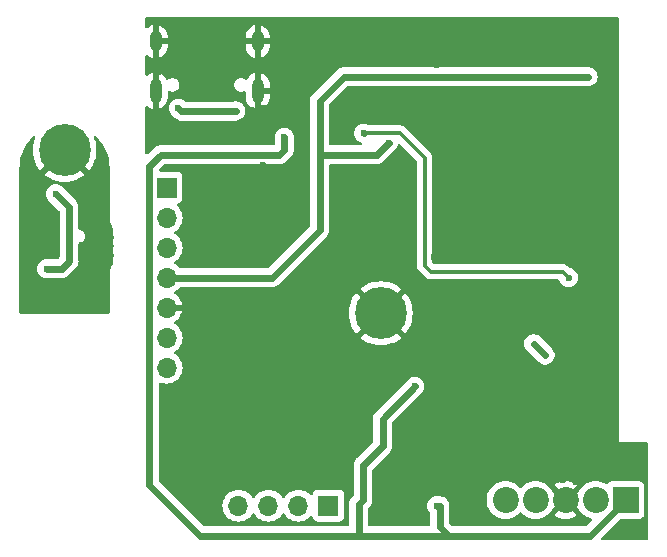
<source format=gbr>
%TF.GenerationSoftware,KiCad,Pcbnew,8.0.5*%
%TF.CreationDate,2024-09-28T10:16:11+02:00*%
%TF.ProjectId,Slave,536c6176-652e-46b6-9963-61645f706362,rev?*%
%TF.SameCoordinates,Original*%
%TF.FileFunction,Copper,L2,Bot*%
%TF.FilePolarity,Positive*%
%FSLAX46Y46*%
G04 Gerber Fmt 4.6, Leading zero omitted, Abs format (unit mm)*
G04 Created by KiCad (PCBNEW 8.0.5) date 2024-09-28 10:16:11*
%MOMM*%
%LPD*%
G01*
G04 APERTURE LIST*
%TA.AperFunction,ComponentPad*%
%ADD10R,1.700000X1.700000*%
%TD*%
%TA.AperFunction,ComponentPad*%
%ADD11O,1.700000X1.700000*%
%TD*%
%TA.AperFunction,ComponentPad*%
%ADD12O,1.000000X2.100000*%
%TD*%
%TA.AperFunction,ComponentPad*%
%ADD13O,1.000000X1.800000*%
%TD*%
%TA.AperFunction,ComponentPad*%
%ADD14R,2.200000X2.200000*%
%TD*%
%TA.AperFunction,ComponentPad*%
%ADD15C,2.200000*%
%TD*%
%TA.AperFunction,ComponentPad*%
%ADD16C,0.700000*%
%TD*%
%TA.AperFunction,ComponentPad*%
%ADD17C,4.400000*%
%TD*%
%TA.AperFunction,ViaPad*%
%ADD18C,0.600000*%
%TD*%
%TA.AperFunction,Conductor*%
%ADD19C,0.600000*%
%TD*%
%TA.AperFunction,Conductor*%
%ADD20C,0.300000*%
%TD*%
G04 APERTURE END LIST*
D10*
%TO.P,J3,1,Pin_1*%
%TO.N,I2S_SD*%
X34798000Y-52324000D03*
D11*
%TO.P,J3,2,Pin_2*%
%TO.N,I2S_SCK*%
X34798000Y-54864000D03*
%TO.P,J3,3,Pin_3*%
%TO.N,I2S_WS*%
X34798000Y-57404000D03*
%TO.P,J3,4,Pin_4*%
%TO.N,ESP_3V3*%
X34798000Y-59944000D03*
%TO.P,J3,5,Pin_5*%
%TO.N,GND_OUT*%
X34798000Y-62484000D03*
%TO.P,J3,6,Pin_6*%
%TO.N,I2C_SDA*%
X34798000Y-65024000D03*
%TO.P,J3,7,Pin_7*%
%TO.N,I2C_SCK*%
X34798000Y-67564000D03*
%TD*%
D12*
%TO.P,J1,S1,SHIELD*%
%TO.N,GND_OUT*%
X42522000Y-44129000D03*
D13*
X42522000Y-39949000D03*
D12*
X33882000Y-44129000D03*
D13*
X33882000Y-39949000D03*
%TD*%
D14*
%TO.P,J2,1,Pin_1*%
%TO.N,VCC_5V*%
X73660000Y-78770000D03*
D15*
%TO.P,J2,2,Pin_2*%
%TO.N,ESP_3V3*%
X71120000Y-78770000D03*
%TO.P,J2,3,Pin_3*%
%TO.N,GND_OUT*%
X68580000Y-78770000D03*
%TO.P,J2,4,Pin_4*%
%TO.N,CAN+*%
X66040000Y-78770000D03*
%TO.P,J2,5,Pin_5*%
%TO.N,CAN-*%
X63500000Y-78770000D03*
%TD*%
D10*
%TO.P,J4,1,Pin_1*%
%TO.N,Net-(J4-Pin_1)*%
X48504000Y-79248000D03*
D11*
%TO.P,J4,2,Pin_2*%
%TO.N,Net-(J4-Pin_2)*%
X45964000Y-79248000D03*
%TO.P,J4,3,Pin_3*%
%TO.N,Net-(J4-Pin_3)*%
X43424000Y-79248000D03*
%TO.P,J4,4,Pin_4*%
%TO.N,Net-(J4-Pin_4)*%
X40884000Y-79248000D03*
%TD*%
D16*
%TO.P,H2,1,1*%
%TO.N,GND_OUT*%
X24512000Y-49149000D03*
X24995274Y-47982274D03*
X24995274Y-50315726D03*
X26162000Y-47499000D03*
D17*
X26162000Y-49149000D03*
D16*
X26162000Y-50799000D03*
X27328726Y-47982274D03*
X27328726Y-50315726D03*
X27812000Y-49149000D03*
%TD*%
%TO.P,H1,1,1*%
%TO.N,GND_OUT*%
X51285274Y-62968274D03*
X51768548Y-61801548D03*
X51768548Y-64135000D03*
X52935274Y-61318274D03*
D17*
X52935274Y-62968274D03*
D16*
X52935274Y-64618274D03*
X54102000Y-61801548D03*
X54102000Y-64135000D03*
X54585274Y-62968274D03*
%TD*%
D18*
%TO.N,VCC_5V*%
X44770000Y-49100000D03*
X57658000Y-79248000D03*
X44770000Y-48070000D03*
X55816500Y-69151500D03*
X51435000Y-78740000D03*
%TO.N,GND_OUT*%
X70104000Y-65786000D03*
X70231000Y-73406000D03*
X57404000Y-44196000D03*
X23114000Y-61214000D03*
X44196000Y-39370000D03*
X42037000Y-45720000D03*
X42926000Y-50419000D03*
X70231000Y-69469000D03*
X23114000Y-50546000D03*
X36576000Y-61468000D03*
X52070000Y-67818000D03*
X23622000Y-60452000D03*
X22860000Y-51308000D03*
X63500000Y-62103000D03*
X33655000Y-46482000D03*
X57658000Y-41910000D03*
X69596000Y-57150000D03*
X63627000Y-61341000D03*
X37465000Y-78232000D03*
X72644000Y-61976000D03*
X50927000Y-58039000D03*
X28956000Y-51308000D03*
X52959000Y-67945000D03*
X53848000Y-46736000D03*
X62865000Y-61341000D03*
X43053000Y-45593000D03*
X69469382Y-65959436D03*
X62611000Y-73533000D03*
X22644000Y-60452000D03*
X69469000Y-77216000D03*
X57404000Y-58166000D03*
X61468000Y-66421000D03*
X23622000Y-51308000D03*
X68834000Y-57150000D03*
X36576000Y-62103000D03*
X37318436Y-77221756D03*
X33528000Y-47244000D03*
X34163000Y-42545000D03*
X52451000Y-68580000D03*
X69977000Y-68834000D03*
X29464000Y-50800000D03*
X29210000Y-50292000D03*
X68326000Y-77089000D03*
%TO.N,CHIP_PU*%
X51487978Y-47713840D03*
X68834000Y-59944000D03*
%TO.N,ESP_3V3*%
X69538000Y-42940000D03*
X53594000Y-48514000D03*
X25400000Y-52832000D03*
X60706000Y-42926000D03*
X24638000Y-59182000D03*
X70500000Y-42940000D03*
X26543000Y-58547000D03*
%TO.N,Net-(D2-A)*%
X35802000Y-45593000D03*
X40663500Y-45823500D03*
%TD*%
D19*
%TO.N,VCC_5V*%
X51435000Y-78740000D02*
X51054000Y-79121000D01*
X57912000Y-79248000D02*
X57658000Y-79248000D01*
X33340000Y-77470000D02*
X37658000Y-81788000D01*
X55816500Y-69151500D02*
X53086000Y-71882000D01*
X51435000Y-75819000D02*
X51435000Y-78740000D01*
X57912000Y-79248000D02*
X57912000Y-79248000D01*
X58674000Y-81788000D02*
X57912000Y-81026000D01*
X44340000Y-49530000D02*
X34290000Y-49530000D01*
X51054000Y-79121000D02*
X51054000Y-81788000D01*
X57912000Y-81026000D02*
X57912000Y-80010000D01*
X37658000Y-81788000D02*
X51054000Y-81788000D01*
X51054000Y-81788000D02*
X69977000Y-81788000D01*
X44770000Y-49100000D02*
X44340000Y-49530000D01*
X70642000Y-81788000D02*
X73660000Y-78770000D01*
X44770000Y-48070000D02*
X44770000Y-49100000D01*
X57912000Y-80010000D02*
X57912000Y-79248000D01*
X34290000Y-49530000D02*
X33340000Y-50480000D01*
X51435000Y-78740000D02*
X51435000Y-78740000D01*
X69977000Y-81788000D02*
X58674000Y-81788000D01*
X53086000Y-74168000D02*
X51435000Y-75819000D01*
X53086000Y-71882000D02*
X53086000Y-74168000D01*
X69977000Y-81788000D02*
X70642000Y-81788000D01*
X33340000Y-50480000D02*
X33340000Y-77470000D01*
%TO.N,CHIP_PU*%
X51487978Y-47713840D02*
X51490374Y-47713840D01*
D20*
X68326000Y-59436000D02*
X57150000Y-59436000D01*
X56642000Y-49784000D02*
X54572000Y-47714000D01*
X68834000Y-59944000D02*
X68326000Y-59436000D01*
X57150000Y-59436000D02*
X56642000Y-58928000D01*
X54572000Y-47714000D02*
X51490534Y-47714000D01*
X56642000Y-58928000D02*
X56642000Y-49784000D01*
D19*
X51490374Y-47713840D02*
X51490534Y-47714000D01*
%TO.N,ESP_3V3*%
X43688000Y-59944000D02*
X47752000Y-55880000D01*
X49784000Y-42926000D02*
X60706000Y-42926000D01*
X70476000Y-42926000D02*
X70480000Y-42930000D01*
X52578000Y-49530000D02*
X52705000Y-49403000D01*
X52705000Y-49403000D02*
X53594000Y-48514000D01*
X24638000Y-59182000D02*
X25908000Y-59182000D01*
X47752000Y-44958000D02*
X49784000Y-42926000D01*
X47752000Y-49530000D02*
X52578000Y-49530000D01*
X26543000Y-53975000D02*
X25400000Y-52832000D01*
X65874002Y-65532000D02*
X66846001Y-66503999D01*
X25908000Y-59182000D02*
X26543000Y-58547000D01*
X34798000Y-59944000D02*
X43688000Y-59944000D01*
X47752000Y-55880000D02*
X47752000Y-49530000D01*
X60706000Y-42926000D02*
X70476000Y-42926000D01*
X47752000Y-49530000D02*
X47752000Y-44958000D01*
X26543000Y-58547000D02*
X26543000Y-53975000D01*
%TO.N,Net-(D2-A)*%
X36056000Y-45847000D02*
X40640000Y-45847000D01*
X35802000Y-45593000D02*
X36056000Y-45847000D01*
X40640000Y-45847000D02*
X40663500Y-45823500D01*
%TD*%
%TA.AperFunction,Conductor*%
%TO.N,GND_OUT*%
G36*
X73011039Y-37858185D02*
G01*
X73056794Y-37910989D01*
X73068000Y-37962500D01*
X73068000Y-73896000D01*
X75448500Y-73896000D01*
X75515539Y-73915685D01*
X75561294Y-73968489D01*
X75572500Y-74020000D01*
X75572500Y-82052500D01*
X75552815Y-82119539D01*
X75500011Y-82165294D01*
X75448500Y-82176500D01*
X71684940Y-82176500D01*
X71617901Y-82156815D01*
X71572146Y-82104011D01*
X71562202Y-82034853D01*
X71591227Y-81971297D01*
X71597259Y-81964819D01*
X73155259Y-80406818D01*
X73216582Y-80373333D01*
X73242940Y-80370499D01*
X74807871Y-80370499D01*
X74807872Y-80370499D01*
X74867483Y-80364091D01*
X75002331Y-80313796D01*
X75117546Y-80227546D01*
X75203796Y-80112331D01*
X75254091Y-79977483D01*
X75260500Y-79917873D01*
X75260499Y-77622128D01*
X75254091Y-77562517D01*
X75220169Y-77471568D01*
X75203797Y-77427671D01*
X75203793Y-77427664D01*
X75117547Y-77312455D01*
X75117544Y-77312452D01*
X75002335Y-77226206D01*
X75002328Y-77226202D01*
X74867482Y-77175908D01*
X74867483Y-77175908D01*
X74807883Y-77169501D01*
X74807881Y-77169500D01*
X74807873Y-77169500D01*
X74807864Y-77169500D01*
X72512129Y-77169500D01*
X72512123Y-77169501D01*
X72452516Y-77175908D01*
X72317671Y-77226202D01*
X72317664Y-77226206D01*
X72202455Y-77312452D01*
X72145072Y-77389105D01*
X72089138Y-77430976D01*
X72019446Y-77435959D01*
X71981016Y-77420520D01*
X71848859Y-77339533D01*
X71616110Y-77243126D01*
X71371151Y-77184317D01*
X71120000Y-77164551D01*
X70868848Y-77184317D01*
X70623889Y-77243126D01*
X70391140Y-77339533D01*
X70176346Y-77471160D01*
X70176343Y-77471161D01*
X69984776Y-77634776D01*
X69821166Y-77826338D01*
X69740126Y-77958581D01*
X69722080Y-77981471D01*
X69103787Y-78599764D01*
X69092518Y-78557708D01*
X69020110Y-78432292D01*
X68917708Y-78329890D01*
X68792292Y-78257482D01*
X68750234Y-78246212D01*
X69524179Y-77472266D01*
X69523362Y-77471568D01*
X69308631Y-77339980D01*
X69075956Y-77243603D01*
X68831072Y-77184812D01*
X68580000Y-77165052D01*
X68328927Y-77184812D01*
X68084043Y-77243603D01*
X67851368Y-77339980D01*
X67636637Y-77471567D01*
X67635819Y-77472266D01*
X68409765Y-78246212D01*
X68367708Y-78257482D01*
X68242292Y-78329890D01*
X68139890Y-78432292D01*
X68067482Y-78557708D01*
X68056212Y-78599765D01*
X67437919Y-77981472D01*
X67419876Y-77958586D01*
X67338836Y-77826341D01*
X67175224Y-77634776D01*
X67011206Y-77494691D01*
X66983656Y-77471161D01*
X66983653Y-77471160D01*
X66768859Y-77339533D01*
X66536110Y-77243126D01*
X66291151Y-77184317D01*
X66040000Y-77164551D01*
X65788848Y-77184317D01*
X65543889Y-77243126D01*
X65311140Y-77339533D01*
X65096346Y-77471160D01*
X65096343Y-77471161D01*
X64904776Y-77634776D01*
X64864290Y-77682179D01*
X64805783Y-77720372D01*
X64735915Y-77720870D01*
X64676869Y-77683516D01*
X64675710Y-77682179D01*
X64635224Y-77634776D01*
X64471206Y-77494691D01*
X64443656Y-77471161D01*
X64443653Y-77471160D01*
X64228859Y-77339533D01*
X63996110Y-77243126D01*
X63751151Y-77184317D01*
X63500000Y-77164551D01*
X63248848Y-77184317D01*
X63003889Y-77243126D01*
X62771140Y-77339533D01*
X62556346Y-77471160D01*
X62556343Y-77471161D01*
X62364776Y-77634776D01*
X62201161Y-77826343D01*
X62201160Y-77826346D01*
X62069533Y-78041140D01*
X61973126Y-78273889D01*
X61914317Y-78518848D01*
X61894551Y-78770000D01*
X61914317Y-79021151D01*
X61973126Y-79266110D01*
X62069533Y-79498859D01*
X62201160Y-79713653D01*
X62201161Y-79713656D01*
X62232424Y-79750260D01*
X62364776Y-79905224D01*
X62513066Y-80031875D01*
X62556343Y-80068838D01*
X62556346Y-80068839D01*
X62771140Y-80200466D01*
X62978829Y-80286493D01*
X63003889Y-80296873D01*
X63248852Y-80355683D01*
X63500000Y-80375449D01*
X63751148Y-80355683D01*
X63996111Y-80296873D01*
X64228859Y-80200466D01*
X64443659Y-80068836D01*
X64635224Y-79905224D01*
X64675710Y-79857819D01*
X64734216Y-79819627D01*
X64804084Y-79819128D01*
X64863130Y-79856482D01*
X64864235Y-79857756D01*
X64885815Y-79883023D01*
X64904776Y-79905224D01*
X65096343Y-80068838D01*
X65096346Y-80068839D01*
X65311140Y-80200466D01*
X65518829Y-80286493D01*
X65543889Y-80296873D01*
X65788852Y-80355683D01*
X66040000Y-80375449D01*
X66291148Y-80355683D01*
X66536111Y-80296873D01*
X66768859Y-80200466D01*
X66983659Y-80068836D01*
X67175224Y-79905224D01*
X67338836Y-79713659D01*
X67419879Y-79581408D01*
X67437919Y-79558526D01*
X68056212Y-78940234D01*
X68067482Y-78982292D01*
X68139890Y-79107708D01*
X68242292Y-79210110D01*
X68367708Y-79282518D01*
X68409765Y-79293787D01*
X67635819Y-80067732D01*
X67635819Y-80067733D01*
X67636634Y-80068429D01*
X67851368Y-80200019D01*
X68084043Y-80296396D01*
X68328927Y-80355187D01*
X68580000Y-80374947D01*
X68831072Y-80355187D01*
X69075956Y-80296396D01*
X69308631Y-80200019D01*
X69523361Y-80068432D01*
X69523363Y-80068430D01*
X69524180Y-80067732D01*
X68750234Y-79293787D01*
X68792292Y-79282518D01*
X68917708Y-79210110D01*
X69020110Y-79107708D01*
X69092518Y-78982292D01*
X69103787Y-78940234D01*
X69722079Y-79558526D01*
X69740125Y-79581417D01*
X69821160Y-79713653D01*
X69821161Y-79713656D01*
X69852424Y-79750260D01*
X69984776Y-79905224D01*
X70133066Y-80031875D01*
X70176343Y-80068838D01*
X70176346Y-80068839D01*
X70391140Y-80200466D01*
X70507515Y-80248669D01*
X70623889Y-80296873D01*
X70712730Y-80318201D01*
X70773321Y-80352991D01*
X70805486Y-80415017D01*
X70799010Y-80484586D01*
X70771464Y-80526456D01*
X70346741Y-80951181D01*
X70285418Y-80984666D01*
X70259060Y-80987500D01*
X59056940Y-80987500D01*
X58989901Y-80967815D01*
X58969259Y-80951181D01*
X58748819Y-80730741D01*
X58715334Y-80669418D01*
X58712500Y-80643060D01*
X58712500Y-79169155D01*
X58712499Y-79169153D01*
X58703693Y-79124883D01*
X58681737Y-79014503D01*
X58680947Y-79012596D01*
X58621397Y-78868827D01*
X58621390Y-78868814D01*
X58533789Y-78737711D01*
X58533786Y-78737707D01*
X58422292Y-78626213D01*
X58422288Y-78626210D01*
X58291185Y-78538609D01*
X58291172Y-78538602D01*
X58145501Y-78478264D01*
X58145489Y-78478261D01*
X57990845Y-78447500D01*
X57990842Y-78447500D01*
X57709915Y-78447500D01*
X57696031Y-78446720D01*
X57658002Y-78442435D01*
X57657998Y-78442435D01*
X57619969Y-78446720D01*
X57606085Y-78447500D01*
X57579152Y-78447500D01*
X57539994Y-78455288D01*
X57529696Y-78456890D01*
X57478742Y-78462632D01*
X57478735Y-78462634D01*
X57454898Y-78470975D01*
X57438140Y-78475550D01*
X57424502Y-78478263D01*
X57424496Y-78478264D01*
X57375631Y-78498504D01*
X57369140Y-78500982D01*
X57308477Y-78522210D01*
X57308474Y-78522212D01*
X57298127Y-78528713D01*
X57279639Y-78538266D01*
X57278832Y-78538600D01*
X57278824Y-78538604D01*
X57278821Y-78538605D01*
X57278821Y-78538606D01*
X57231580Y-78570171D01*
X57224047Y-78575204D01*
X57221132Y-78577092D01*
X57155742Y-78618180D01*
X57155735Y-78618186D01*
X57028186Y-78745735D01*
X57028180Y-78745742D01*
X56987092Y-78811132D01*
X56985209Y-78814038D01*
X56955839Y-78857996D01*
X56948604Y-78868824D01*
X56948600Y-78868832D01*
X56948266Y-78869639D01*
X56938713Y-78888127D01*
X56932212Y-78898474D01*
X56932210Y-78898477D01*
X56910982Y-78959140D01*
X56908504Y-78965631D01*
X56888264Y-79014496D01*
X56888263Y-79014502D01*
X56885550Y-79028140D01*
X56880975Y-79044898D01*
X56872634Y-79068735D01*
X56872632Y-79068742D01*
X56866890Y-79119696D01*
X56865288Y-79129994D01*
X56857500Y-79169152D01*
X56857500Y-79196085D01*
X56856720Y-79209969D01*
X56852435Y-79247998D01*
X56852435Y-79248001D01*
X56856720Y-79286029D01*
X56857500Y-79299914D01*
X56857500Y-79326844D01*
X56865288Y-79366003D01*
X56866890Y-79376303D01*
X56872632Y-79427252D01*
X56872633Y-79427260D01*
X56880976Y-79451104D01*
X56885550Y-79467860D01*
X56888262Y-79481496D01*
X56908509Y-79530377D01*
X56910986Y-79536867D01*
X56926575Y-79581417D01*
X56932212Y-79597524D01*
X56938709Y-79607865D01*
X56948268Y-79626365D01*
X56948603Y-79627173D01*
X56948605Y-79627179D01*
X56985223Y-79681982D01*
X56987114Y-79684900D01*
X57028180Y-79750257D01*
X57028182Y-79750260D01*
X57075181Y-79797259D01*
X57108666Y-79858582D01*
X57111500Y-79884940D01*
X57111500Y-80863500D01*
X57091815Y-80930539D01*
X57039011Y-80976294D01*
X56987500Y-80987500D01*
X51978500Y-80987500D01*
X51911461Y-80967815D01*
X51865706Y-80915011D01*
X51854500Y-80863500D01*
X51854500Y-79503940D01*
X51874185Y-79436901D01*
X51890819Y-79416259D01*
X51941075Y-79366003D01*
X52056788Y-79250290D01*
X52056789Y-79250289D01*
X52064816Y-79242262D01*
X52105931Y-79176825D01*
X52107777Y-79173979D01*
X52144394Y-79119179D01*
X52144720Y-79118390D01*
X52154287Y-79099868D01*
X52160789Y-79089522D01*
X52182023Y-79028837D01*
X52184484Y-79022389D01*
X52204737Y-78973497D01*
X52207448Y-78959862D01*
X52212023Y-78943100D01*
X52220368Y-78919255D01*
X52226111Y-78868282D01*
X52227707Y-78858015D01*
X52235500Y-78818843D01*
X52235500Y-78791914D01*
X52236280Y-78778029D01*
X52240565Y-78740001D01*
X52240565Y-78739998D01*
X52236280Y-78701969D01*
X52235500Y-78688085D01*
X52235500Y-76201940D01*
X52255185Y-76134901D01*
X52271819Y-76114259D01*
X53707786Y-74678292D01*
X53707789Y-74678289D01*
X53795394Y-74547179D01*
X53855738Y-74401497D01*
X53886500Y-74246842D01*
X53886500Y-74089157D01*
X53886500Y-72264940D01*
X53906185Y-72197901D01*
X53922819Y-72177259D01*
X54839867Y-71260211D01*
X56438289Y-69661789D01*
X56446316Y-69653762D01*
X56487421Y-69588342D01*
X56489278Y-69585476D01*
X56525893Y-69530679D01*
X56526219Y-69529889D01*
X56535793Y-69511359D01*
X56542289Y-69501022D01*
X56563517Y-69440352D01*
X56565993Y-69433868D01*
X56586237Y-69384997D01*
X56588950Y-69371352D01*
X56593520Y-69354607D01*
X56601868Y-69330755D01*
X56607610Y-69279783D01*
X56609207Y-69269517D01*
X56617000Y-69230342D01*
X56617000Y-69203414D01*
X56617780Y-69189529D01*
X56622065Y-69151501D01*
X56622065Y-69151498D01*
X56617780Y-69113469D01*
X56617000Y-69099585D01*
X56617000Y-69072657D01*
X56609211Y-69033503D01*
X56607610Y-69023214D01*
X56601868Y-68972245D01*
X56593523Y-68948398D01*
X56588949Y-68931639D01*
X56586237Y-68918003D01*
X56586235Y-68917998D01*
X56586234Y-68917994D01*
X56565992Y-68869127D01*
X56563522Y-68862660D01*
X56542289Y-68801978D01*
X56535788Y-68791632D01*
X56526220Y-68773111D01*
X56525893Y-68772321D01*
X56489294Y-68717546D01*
X56487409Y-68714637D01*
X56446316Y-68649238D01*
X56318760Y-68521682D01*
X56318757Y-68521680D01*
X56253354Y-68480585D01*
X56250462Y-68478711D01*
X56211511Y-68452685D01*
X56195684Y-68442110D01*
X56195681Y-68442108D01*
X56195679Y-68442107D01*
X56195675Y-68442105D01*
X56195665Y-68442100D01*
X56194875Y-68441773D01*
X56176368Y-68432212D01*
X56166022Y-68425711D01*
X56136085Y-68415235D01*
X56105356Y-68404482D01*
X56098863Y-68402003D01*
X56049997Y-68381763D01*
X56049993Y-68381762D01*
X56036360Y-68379050D01*
X56019604Y-68374476D01*
X55995760Y-68366133D01*
X55995756Y-68366132D01*
X55995755Y-68366132D01*
X55975075Y-68363801D01*
X55944803Y-68360390D01*
X55934503Y-68358788D01*
X55895344Y-68351000D01*
X55895342Y-68351000D01*
X55868415Y-68351000D01*
X55854531Y-68350220D01*
X55816502Y-68345935D01*
X55816498Y-68345935D01*
X55778469Y-68350220D01*
X55764585Y-68351000D01*
X55737652Y-68351000D01*
X55698494Y-68358788D01*
X55688196Y-68360390D01*
X55637242Y-68366132D01*
X55637239Y-68366133D01*
X55613400Y-68374475D01*
X55596639Y-68379050D01*
X55583004Y-68381762D01*
X55534127Y-68402007D01*
X55527633Y-68404486D01*
X55466975Y-68425712D01*
X55456627Y-68432214D01*
X55438127Y-68441772D01*
X55437325Y-68442104D01*
X55437324Y-68442104D01*
X55382535Y-68478711D01*
X55379623Y-68480598D01*
X55314238Y-68521683D01*
X55314235Y-68521686D01*
X52575711Y-71260211D01*
X52519960Y-71315962D01*
X52464209Y-71371712D01*
X52376609Y-71502814D01*
X52376602Y-71502827D01*
X52316264Y-71648498D01*
X52316261Y-71648510D01*
X52285500Y-71803153D01*
X52285500Y-73785060D01*
X52265815Y-73852099D01*
X52249181Y-73872741D01*
X50924711Y-75197211D01*
X50868960Y-75252962D01*
X50813209Y-75308712D01*
X50725609Y-75439814D01*
X50725602Y-75439827D01*
X50665264Y-75585498D01*
X50665261Y-75585510D01*
X50634500Y-75740153D01*
X50634500Y-78357060D01*
X50614815Y-78424099D01*
X50598181Y-78444741D01*
X50543711Y-78499211D01*
X50514209Y-78528713D01*
X50432209Y-78610712D01*
X50344609Y-78741814D01*
X50344602Y-78741827D01*
X50284264Y-78887498D01*
X50284261Y-78887510D01*
X50253500Y-79042153D01*
X50253500Y-80863500D01*
X50233815Y-80930539D01*
X50181011Y-80976294D01*
X50129500Y-80987500D01*
X38040940Y-80987500D01*
X37973901Y-80967815D01*
X37953259Y-80951181D01*
X36250077Y-79247999D01*
X39528341Y-79247999D01*
X39528341Y-79248000D01*
X39548936Y-79483403D01*
X39548938Y-79483413D01*
X39610094Y-79711655D01*
X39610096Y-79711659D01*
X39610097Y-79711663D01*
X39678252Y-79857821D01*
X39709965Y-79925830D01*
X39709967Y-79925834D01*
X39809326Y-80067732D01*
X39845505Y-80119401D01*
X40012599Y-80286495D01*
X40107565Y-80352991D01*
X40206165Y-80422032D01*
X40206167Y-80422033D01*
X40206170Y-80422035D01*
X40420337Y-80521903D01*
X40648592Y-80583063D01*
X40825034Y-80598500D01*
X40883999Y-80603659D01*
X40884000Y-80603659D01*
X40884001Y-80603659D01*
X40942966Y-80598500D01*
X41119408Y-80583063D01*
X41347663Y-80521903D01*
X41561830Y-80422035D01*
X41755401Y-80286495D01*
X41922495Y-80119401D01*
X42052425Y-79933842D01*
X42107002Y-79890217D01*
X42176500Y-79883023D01*
X42238855Y-79914546D01*
X42255575Y-79933842D01*
X42385500Y-80119395D01*
X42385505Y-80119401D01*
X42552599Y-80286495D01*
X42647565Y-80352991D01*
X42746165Y-80422032D01*
X42746167Y-80422033D01*
X42746170Y-80422035D01*
X42960337Y-80521903D01*
X43188592Y-80583063D01*
X43365034Y-80598500D01*
X43423999Y-80603659D01*
X43424000Y-80603659D01*
X43424001Y-80603659D01*
X43482966Y-80598500D01*
X43659408Y-80583063D01*
X43887663Y-80521903D01*
X44101830Y-80422035D01*
X44295401Y-80286495D01*
X44462495Y-80119401D01*
X44592425Y-79933842D01*
X44647002Y-79890217D01*
X44716500Y-79883023D01*
X44778855Y-79914546D01*
X44795575Y-79933842D01*
X44925500Y-80119395D01*
X44925505Y-80119401D01*
X45092599Y-80286495D01*
X45187565Y-80352991D01*
X45286165Y-80422032D01*
X45286167Y-80422033D01*
X45286170Y-80422035D01*
X45500337Y-80521903D01*
X45728592Y-80583063D01*
X45905034Y-80598500D01*
X45963999Y-80603659D01*
X45964000Y-80603659D01*
X45964001Y-80603659D01*
X46022966Y-80598500D01*
X46199408Y-80583063D01*
X46427663Y-80521903D01*
X46641830Y-80422035D01*
X46835401Y-80286495D01*
X46957329Y-80164566D01*
X47018648Y-80131084D01*
X47088340Y-80136068D01*
X47144274Y-80177939D01*
X47161189Y-80208917D01*
X47210202Y-80340328D01*
X47210206Y-80340335D01*
X47296452Y-80455544D01*
X47296455Y-80455547D01*
X47411664Y-80541793D01*
X47411671Y-80541797D01*
X47546517Y-80592091D01*
X47546516Y-80592091D01*
X47553444Y-80592835D01*
X47606127Y-80598500D01*
X49401872Y-80598499D01*
X49461483Y-80592091D01*
X49596331Y-80541796D01*
X49711546Y-80455546D01*
X49797796Y-80340331D01*
X49848091Y-80205483D01*
X49854500Y-80145873D01*
X49854499Y-78350128D01*
X49848091Y-78290517D01*
X49846810Y-78287083D01*
X49797797Y-78155671D01*
X49797793Y-78155664D01*
X49711547Y-78040455D01*
X49711544Y-78040452D01*
X49596335Y-77954206D01*
X49596328Y-77954202D01*
X49461482Y-77903908D01*
X49461483Y-77903908D01*
X49401883Y-77897501D01*
X49401881Y-77897500D01*
X49401873Y-77897500D01*
X49401864Y-77897500D01*
X47606129Y-77897500D01*
X47606123Y-77897501D01*
X47546516Y-77903908D01*
X47411671Y-77954202D01*
X47411664Y-77954206D01*
X47296455Y-78040452D01*
X47296452Y-78040455D01*
X47210206Y-78155664D01*
X47210203Y-78155669D01*
X47161189Y-78287083D01*
X47119317Y-78343016D01*
X47053853Y-78367433D01*
X46985580Y-78352581D01*
X46957326Y-78331430D01*
X46835402Y-78209506D01*
X46835395Y-78209501D01*
X46641834Y-78073967D01*
X46641830Y-78073965D01*
X46571439Y-78041141D01*
X46427663Y-77974097D01*
X46427659Y-77974096D01*
X46427655Y-77974094D01*
X46199413Y-77912938D01*
X46199403Y-77912936D01*
X45964001Y-77892341D01*
X45963999Y-77892341D01*
X45728596Y-77912936D01*
X45728586Y-77912938D01*
X45500344Y-77974094D01*
X45500335Y-77974098D01*
X45286171Y-78073964D01*
X45286169Y-78073965D01*
X45092597Y-78209505D01*
X44925505Y-78376597D01*
X44795575Y-78562158D01*
X44740998Y-78605783D01*
X44671500Y-78612977D01*
X44609145Y-78581454D01*
X44592425Y-78562158D01*
X44462494Y-78376597D01*
X44295402Y-78209506D01*
X44295395Y-78209501D01*
X44101834Y-78073967D01*
X44101830Y-78073965D01*
X44031439Y-78041141D01*
X43887663Y-77974097D01*
X43887659Y-77974096D01*
X43887655Y-77974094D01*
X43659413Y-77912938D01*
X43659403Y-77912936D01*
X43424001Y-77892341D01*
X43423999Y-77892341D01*
X43188596Y-77912936D01*
X43188586Y-77912938D01*
X42960344Y-77974094D01*
X42960335Y-77974098D01*
X42746171Y-78073964D01*
X42746169Y-78073965D01*
X42552597Y-78209505D01*
X42385505Y-78376597D01*
X42255575Y-78562158D01*
X42200998Y-78605783D01*
X42131500Y-78612977D01*
X42069145Y-78581454D01*
X42052425Y-78562158D01*
X41922494Y-78376597D01*
X41755402Y-78209506D01*
X41755395Y-78209501D01*
X41561834Y-78073967D01*
X41561830Y-78073965D01*
X41491439Y-78041141D01*
X41347663Y-77974097D01*
X41347659Y-77974096D01*
X41347655Y-77974094D01*
X41119413Y-77912938D01*
X41119403Y-77912936D01*
X40884001Y-77892341D01*
X40883999Y-77892341D01*
X40648596Y-77912936D01*
X40648586Y-77912938D01*
X40420344Y-77974094D01*
X40420335Y-77974098D01*
X40206171Y-78073964D01*
X40206169Y-78073965D01*
X40012597Y-78209505D01*
X39845505Y-78376597D01*
X39709965Y-78570169D01*
X39709964Y-78570171D01*
X39616401Y-78770816D01*
X39613039Y-78778029D01*
X39610098Y-78784335D01*
X39610094Y-78784344D01*
X39548938Y-79012586D01*
X39548936Y-79012596D01*
X39528341Y-79247999D01*
X36250077Y-79247999D01*
X34176819Y-77174741D01*
X34143334Y-77113418D01*
X34140500Y-77087060D01*
X34140500Y-68942156D01*
X34160185Y-68875117D01*
X34212989Y-68829362D01*
X34282147Y-68819418D01*
X34316903Y-68829773D01*
X34334337Y-68837903D01*
X34562592Y-68899063D01*
X34750918Y-68915539D01*
X34797999Y-68919659D01*
X34798000Y-68919659D01*
X34798001Y-68919659D01*
X34837234Y-68916226D01*
X35033408Y-68899063D01*
X35261663Y-68837903D01*
X35475830Y-68738035D01*
X35669401Y-68602495D01*
X35836495Y-68435401D01*
X35972035Y-68241830D01*
X36071903Y-68027663D01*
X36133063Y-67799408D01*
X36153659Y-67564000D01*
X36133063Y-67328592D01*
X36078723Y-67125789D01*
X36071905Y-67100344D01*
X36071904Y-67100343D01*
X36071903Y-67100337D01*
X35972035Y-66886171D01*
X35969940Y-66883178D01*
X35836494Y-66692597D01*
X35669402Y-66525506D01*
X35669396Y-66525501D01*
X35483842Y-66395575D01*
X35440217Y-66340998D01*
X35433023Y-66271500D01*
X35464546Y-66209145D01*
X35483842Y-66192425D01*
X35506026Y-66176891D01*
X35669401Y-66062495D01*
X35836495Y-65895401D01*
X35972035Y-65701830D01*
X36071903Y-65487663D01*
X36133063Y-65259408D01*
X36153659Y-65024000D01*
X36133063Y-64788592D01*
X36071903Y-64560337D01*
X35972035Y-64346171D01*
X35887413Y-64225317D01*
X35836494Y-64152597D01*
X35669402Y-63985506D01*
X35669401Y-63985505D01*
X35483405Y-63855269D01*
X35439781Y-63800692D01*
X35432588Y-63731193D01*
X35464110Y-63668839D01*
X35483405Y-63652119D01*
X35669082Y-63522105D01*
X35836105Y-63355082D01*
X35971600Y-63161578D01*
X36061738Y-62968274D01*
X50230339Y-62968274D01*
X50250060Y-63294312D01*
X50308941Y-63615615D01*
X50406109Y-63927438D01*
X50406113Y-63927449D01*
X50540171Y-64225315D01*
X50540172Y-64225317D01*
X50709155Y-64504850D01*
X50856750Y-64693242D01*
X51998982Y-63551010D01*
X52096241Y-63684876D01*
X52218672Y-63807307D01*
X52352536Y-63904564D01*
X51210304Y-65046796D01*
X51210304Y-65046797D01*
X51398697Y-65194392D01*
X51678230Y-65363375D01*
X51678232Y-65363376D01*
X51976098Y-65497434D01*
X51976109Y-65497438D01*
X52287932Y-65594606D01*
X52609235Y-65653487D01*
X52935274Y-65673208D01*
X53261312Y-65653487D01*
X53582615Y-65594606D01*
X53894438Y-65497438D01*
X53894449Y-65497434D01*
X53992838Y-65453153D01*
X65073502Y-65453153D01*
X65073502Y-65610846D01*
X65104263Y-65765489D01*
X65104266Y-65765501D01*
X65164604Y-65911172D01*
X65164611Y-65911185D01*
X65252212Y-66042288D01*
X65252215Y-66042292D01*
X66335706Y-67125783D01*
X66335713Y-67125789D01*
X66466820Y-67213391D01*
X66466821Y-67213391D01*
X66466822Y-67213392D01*
X66612504Y-67273736D01*
X66612508Y-67273736D01*
X66612509Y-67273737D01*
X66767155Y-67304499D01*
X66767158Y-67304499D01*
X66924845Y-67304499D01*
X66924846Y-67304498D01*
X67079498Y-67273736D01*
X67225180Y-67213392D01*
X67356290Y-67125788D01*
X67467790Y-67014288D01*
X67555394Y-66883178D01*
X67615738Y-66737496D01*
X67646501Y-66582841D01*
X67646501Y-66425156D01*
X67646501Y-66425153D01*
X67615739Y-66270507D01*
X67615738Y-66270506D01*
X67615738Y-66270502D01*
X67555394Y-66124820D01*
X67513752Y-66062498D01*
X67467791Y-65993711D01*
X67467785Y-65993704D01*
X66384294Y-64910213D01*
X66384290Y-64910210D01*
X66253187Y-64822609D01*
X66253174Y-64822602D01*
X66107503Y-64762264D01*
X66107491Y-64762261D01*
X65952847Y-64731500D01*
X65952844Y-64731500D01*
X65795160Y-64731500D01*
X65795157Y-64731500D01*
X65640512Y-64762261D01*
X65640500Y-64762264D01*
X65494829Y-64822602D01*
X65494816Y-64822609D01*
X65363713Y-64910210D01*
X65363709Y-64910213D01*
X65252215Y-65021707D01*
X65252212Y-65021711D01*
X65164611Y-65152814D01*
X65164604Y-65152827D01*
X65104266Y-65298498D01*
X65104263Y-65298510D01*
X65073502Y-65453153D01*
X53992838Y-65453153D01*
X54192315Y-65363376D01*
X54192317Y-65363375D01*
X54471860Y-65194386D01*
X54660242Y-65046797D01*
X54660242Y-65046796D01*
X53518011Y-63904564D01*
X53651876Y-63807307D01*
X53774307Y-63684876D01*
X53871564Y-63551011D01*
X55013796Y-64693242D01*
X55013797Y-64693242D01*
X55161386Y-64504860D01*
X55330375Y-64225317D01*
X55330376Y-64225315D01*
X55464434Y-63927449D01*
X55464438Y-63927438D01*
X55561606Y-63615615D01*
X55620487Y-63294312D01*
X55640208Y-62968274D01*
X55620487Y-62642235D01*
X55561606Y-62320932D01*
X55464438Y-62009109D01*
X55464434Y-62009098D01*
X55330376Y-61711232D01*
X55330375Y-61711230D01*
X55161392Y-61431697D01*
X55013796Y-61243304D01*
X53871564Y-62385536D01*
X53774307Y-62251672D01*
X53651876Y-62129241D01*
X53518010Y-62031983D01*
X54660242Y-60889750D01*
X54471850Y-60742155D01*
X54192317Y-60573172D01*
X54192315Y-60573171D01*
X53894449Y-60439113D01*
X53894438Y-60439109D01*
X53582615Y-60341941D01*
X53261312Y-60283060D01*
X52935274Y-60263339D01*
X52609235Y-60283060D01*
X52287932Y-60341941D01*
X51976109Y-60439109D01*
X51976098Y-60439113D01*
X51678232Y-60573171D01*
X51678230Y-60573172D01*
X51398696Y-60742155D01*
X51398690Y-60742160D01*
X51210304Y-60889748D01*
X51210303Y-60889750D01*
X52352536Y-62031983D01*
X52218672Y-62129241D01*
X52096241Y-62251672D01*
X51998983Y-62385536D01*
X50856750Y-61243303D01*
X50856748Y-61243304D01*
X50709160Y-61431690D01*
X50709155Y-61431696D01*
X50540172Y-61711230D01*
X50540171Y-61711232D01*
X50406113Y-62009098D01*
X50406109Y-62009109D01*
X50308941Y-62320932D01*
X50250060Y-62642235D01*
X50230339Y-62968274D01*
X36061738Y-62968274D01*
X36071429Y-62947492D01*
X36071432Y-62947486D01*
X36128636Y-62734000D01*
X35231012Y-62734000D01*
X35263925Y-62676993D01*
X35298000Y-62549826D01*
X35298000Y-62418174D01*
X35263925Y-62291007D01*
X35231012Y-62234000D01*
X36128636Y-62234000D01*
X36128635Y-62233999D01*
X36071432Y-62020513D01*
X36071429Y-62020507D01*
X35971600Y-61806422D01*
X35971599Y-61806420D01*
X35836113Y-61612926D01*
X35836108Y-61612920D01*
X35669078Y-61445890D01*
X35483405Y-61315879D01*
X35439780Y-61261302D01*
X35432588Y-61191804D01*
X35464110Y-61129449D01*
X35483406Y-61112730D01*
X35669401Y-60982495D01*
X35836495Y-60815401D01*
X35849116Y-60797375D01*
X35903693Y-60753752D01*
X35950691Y-60744500D01*
X43766844Y-60744500D01*
X43766845Y-60744499D01*
X43921497Y-60713737D01*
X44067179Y-60653394D01*
X44198289Y-60565789D01*
X48373789Y-56390289D01*
X48461394Y-56259179D01*
X48521737Y-56113497D01*
X48552500Y-55958842D01*
X48552500Y-55801158D01*
X48552500Y-50454500D01*
X48572185Y-50387461D01*
X48624989Y-50341706D01*
X48676500Y-50330500D01*
X52656844Y-50330500D01*
X52656845Y-50330499D01*
X52811497Y-50299737D01*
X52957179Y-50239394D01*
X53088289Y-50151789D01*
X53326789Y-49913289D01*
X54215789Y-49024289D01*
X54223816Y-49016262D01*
X54264931Y-48950825D01*
X54266777Y-48947979D01*
X54293348Y-48908213D01*
X54303394Y-48893179D01*
X54303720Y-48892390D01*
X54313287Y-48873868D01*
X54319789Y-48863522D01*
X54341023Y-48802837D01*
X54343484Y-48796389D01*
X54363737Y-48747497D01*
X54366448Y-48733862D01*
X54371023Y-48717100D01*
X54379368Y-48693255D01*
X54379368Y-48693254D01*
X54379498Y-48692883D01*
X54420223Y-48636110D01*
X54485177Y-48610366D01*
X54553738Y-48623827D01*
X54584218Y-48646164D01*
X55955181Y-50017127D01*
X55988666Y-50078450D01*
X55991500Y-50104808D01*
X55991500Y-58992070D01*
X56007519Y-59072598D01*
X56007519Y-59072600D01*
X56016497Y-59117736D01*
X56016499Y-59117744D01*
X56058113Y-59218210D01*
X56065535Y-59236127D01*
X56131524Y-59334888D01*
X56136726Y-59342673D01*
X56735327Y-59941274D01*
X56735330Y-59941276D01*
X56774380Y-59967368D01*
X56841873Y-60012465D01*
X56960256Y-60061501D01*
X56960260Y-60061501D01*
X56960261Y-60061502D01*
X57085928Y-60086500D01*
X57085931Y-60086500D01*
X67947788Y-60086500D01*
X68014827Y-60106185D01*
X68060582Y-60158989D01*
X68064830Y-60169546D01*
X68108210Y-60293521D01*
X68199689Y-60439109D01*
X68204184Y-60446262D01*
X68331738Y-60573816D01*
X68422080Y-60630582D01*
X68458385Y-60653394D01*
X68484478Y-60669789D01*
X68610074Y-60713737D01*
X68654745Y-60729368D01*
X68654750Y-60729369D01*
X68833996Y-60749565D01*
X68834000Y-60749565D01*
X68834004Y-60749565D01*
X69013249Y-60729369D01*
X69013252Y-60729368D01*
X69013255Y-60729368D01*
X69183522Y-60669789D01*
X69336262Y-60573816D01*
X69463816Y-60446262D01*
X69559789Y-60293522D01*
X69619368Y-60123255D01*
X69619369Y-60123249D01*
X69639565Y-59944003D01*
X69639565Y-59943996D01*
X69619369Y-59764750D01*
X69619368Y-59764745D01*
X69559789Y-59594478D01*
X69535975Y-59556579D01*
X69463815Y-59441737D01*
X69336262Y-59314184D01*
X69183521Y-59218210D01*
X69013255Y-59158632D01*
X69013246Y-59158630D01*
X69006012Y-59157815D01*
X68941600Y-59130744D01*
X68932223Y-59122277D01*
X68740674Y-58930727D01*
X68740673Y-58930726D01*
X68740669Y-58930723D01*
X68634127Y-58859535D01*
X68568803Y-58832477D01*
X68515744Y-58810499D01*
X68515738Y-58810497D01*
X68390071Y-58785500D01*
X68390069Y-58785500D01*
X57470808Y-58785500D01*
X57403769Y-58765815D01*
X57383127Y-58749181D01*
X57328819Y-58694873D01*
X57295334Y-58633550D01*
X57292500Y-58607192D01*
X57292500Y-49719928D01*
X57267502Y-49594261D01*
X57267501Y-49594260D01*
X57267501Y-49594256D01*
X57218465Y-49475873D01*
X57170791Y-49404523D01*
X57170791Y-49404522D01*
X57147275Y-49369328D01*
X54986673Y-47208726D01*
X54986669Y-47208723D01*
X54880127Y-47137535D01*
X54761744Y-47088499D01*
X54761738Y-47088497D01*
X54636071Y-47063500D01*
X54636069Y-47063500D01*
X51995548Y-47063500D01*
X51928509Y-47043815D01*
X51926657Y-47042602D01*
X51869550Y-47004444D01*
X51869548Y-47004443D01*
X51861725Y-47001203D01*
X51843208Y-46991637D01*
X51837503Y-46988052D01*
X51835059Y-46987196D01*
X51792256Y-46972219D01*
X51785805Y-46969757D01*
X51723871Y-46944103D01*
X51704671Y-46940283D01*
X51687918Y-46935709D01*
X51667237Y-46928473D01*
X51667226Y-46928470D01*
X51621806Y-46923353D01*
X51611498Y-46921750D01*
X51569219Y-46913340D01*
X51569216Y-46913340D01*
X51539893Y-46913340D01*
X51526009Y-46912560D01*
X51487980Y-46908275D01*
X51487976Y-46908275D01*
X51449947Y-46912560D01*
X51436063Y-46913340D01*
X51409130Y-46913340D01*
X51369972Y-46921128D01*
X51359674Y-46922730D01*
X51308720Y-46928472D01*
X51308713Y-46928474D01*
X51284876Y-46936815D01*
X51268118Y-46941390D01*
X51254480Y-46944103D01*
X51254474Y-46944104D01*
X51205609Y-46964344D01*
X51199118Y-46966822D01*
X51138455Y-46988050D01*
X51138452Y-46988052D01*
X51128105Y-46994553D01*
X51109617Y-47004106D01*
X51108810Y-47004440D01*
X51108802Y-47004444D01*
X51054025Y-47041044D01*
X51051110Y-47042932D01*
X50985720Y-47084020D01*
X50985713Y-47084026D01*
X50858164Y-47211575D01*
X50858158Y-47211582D01*
X50817070Y-47276972D01*
X50815187Y-47279878D01*
X50788043Y-47320504D01*
X50778582Y-47334664D01*
X50778578Y-47334672D01*
X50778244Y-47335479D01*
X50768691Y-47353967D01*
X50762190Y-47364314D01*
X50762188Y-47364317D01*
X50740960Y-47424980D01*
X50738482Y-47431471D01*
X50718242Y-47480336D01*
X50718241Y-47480342D01*
X50715528Y-47493980D01*
X50710953Y-47510738D01*
X50702612Y-47534575D01*
X50702610Y-47534582D01*
X50696868Y-47585536D01*
X50695266Y-47595834D01*
X50687478Y-47634992D01*
X50687478Y-47661925D01*
X50686698Y-47675809D01*
X50682413Y-47713838D01*
X50682413Y-47713841D01*
X50686698Y-47751869D01*
X50687478Y-47765754D01*
X50687478Y-47792684D01*
X50695266Y-47831843D01*
X50696868Y-47842143D01*
X50698732Y-47858682D01*
X50702345Y-47890746D01*
X50702610Y-47893092D01*
X50702611Y-47893100D01*
X50710954Y-47916944D01*
X50715528Y-47933700D01*
X50718240Y-47947336D01*
X50734070Y-47985553D01*
X50736391Y-47991158D01*
X50738487Y-47996217D01*
X50740964Y-48002707D01*
X50757163Y-48049000D01*
X50762190Y-48063364D01*
X50768687Y-48073705D01*
X50778246Y-48092205D01*
X50778581Y-48093013D01*
X50778583Y-48093019D01*
X50815201Y-48147822D01*
X50817092Y-48150740D01*
X50858158Y-48216097D01*
X50858160Y-48216100D01*
X50858162Y-48216102D01*
X50985716Y-48343656D01*
X51051109Y-48384745D01*
X51054018Y-48386630D01*
X51108799Y-48423234D01*
X51109584Y-48423559D01*
X51128112Y-48433129D01*
X51138456Y-48439629D01*
X51199153Y-48460868D01*
X51205585Y-48463324D01*
X51233999Y-48475093D01*
X51254475Y-48483575D01*
X51254479Y-48483576D01*
X51254481Y-48483577D01*
X51254482Y-48483577D01*
X51254485Y-48483578D01*
X51256013Y-48483882D01*
X51256739Y-48484262D01*
X51260313Y-48485346D01*
X51260107Y-48486023D01*
X51317925Y-48516265D01*
X51352501Y-48576980D01*
X51348763Y-48646749D01*
X51307898Y-48703423D01*
X51242881Y-48729006D01*
X51231825Y-48729500D01*
X48676500Y-48729500D01*
X48609461Y-48709815D01*
X48563706Y-48657011D01*
X48552500Y-48605500D01*
X48552500Y-45340940D01*
X48572185Y-45273901D01*
X48588819Y-45253259D01*
X50079259Y-43762819D01*
X50140582Y-43729334D01*
X50166940Y-43726500D01*
X60627158Y-43726500D01*
X60654085Y-43726500D01*
X60667969Y-43727280D01*
X60705998Y-43731565D01*
X60706000Y-43731565D01*
X60706002Y-43731565D01*
X60744031Y-43727280D01*
X60757915Y-43726500D01*
X69361832Y-43726500D01*
X69375713Y-43727279D01*
X69393945Y-43729334D01*
X69537997Y-43745565D01*
X69538000Y-43745565D01*
X69538003Y-43745565D01*
X69682055Y-43729334D01*
X69700286Y-43727279D01*
X69714168Y-43726500D01*
X70323832Y-43726500D01*
X70337713Y-43727279D01*
X70355945Y-43729334D01*
X70499997Y-43745565D01*
X70500000Y-43745565D01*
X70500004Y-43745565D01*
X70679249Y-43725369D01*
X70679252Y-43725368D01*
X70679255Y-43725368D01*
X70849522Y-43665789D01*
X71002262Y-43569816D01*
X71129816Y-43442262D01*
X71225789Y-43289522D01*
X71285368Y-43119255D01*
X71285866Y-43114838D01*
X71305565Y-42940003D01*
X71305565Y-42939996D01*
X71285369Y-42760750D01*
X71285368Y-42760745D01*
X71261595Y-42692807D01*
X71225789Y-42590478D01*
X71129816Y-42437738D01*
X71002262Y-42310184D01*
X70885751Y-42236975D01*
X70882832Y-42235083D01*
X70855180Y-42216606D01*
X70855176Y-42216604D01*
X70853536Y-42215925D01*
X70849602Y-42214163D01*
X70845496Y-42212595D01*
X70709501Y-42156264D01*
X70709489Y-42156261D01*
X70554845Y-42125500D01*
X70554842Y-42125500D01*
X60784842Y-42125500D01*
X60757915Y-42125500D01*
X60744031Y-42124720D01*
X60706002Y-42120435D01*
X60705998Y-42120435D01*
X60667969Y-42124720D01*
X60654085Y-42125500D01*
X49705155Y-42125500D01*
X49550510Y-42156261D01*
X49550498Y-42156264D01*
X49404827Y-42216602D01*
X49404814Y-42216609D01*
X49273711Y-42304210D01*
X49273707Y-42304213D01*
X47726787Y-43851135D01*
X47241711Y-44336211D01*
X47198922Y-44379000D01*
X47130209Y-44447712D01*
X47042609Y-44578814D01*
X47042602Y-44578827D01*
X46982264Y-44724498D01*
X46982261Y-44724510D01*
X46951500Y-44879153D01*
X46951500Y-55497060D01*
X46931815Y-55564099D01*
X46915181Y-55584741D01*
X43392741Y-59107181D01*
X43331418Y-59140666D01*
X43305060Y-59143500D01*
X35950691Y-59143500D01*
X35883652Y-59123815D01*
X35849116Y-59090624D01*
X35836495Y-59072599D01*
X35836493Y-59072597D01*
X35836491Y-59072594D01*
X35669402Y-58905506D01*
X35669396Y-58905501D01*
X35483842Y-58775575D01*
X35440217Y-58720998D01*
X35433023Y-58651500D01*
X35464546Y-58589145D01*
X35483842Y-58572425D01*
X35520151Y-58547001D01*
X35669401Y-58442495D01*
X35836495Y-58275401D01*
X35972035Y-58081830D01*
X36071903Y-57867663D01*
X36133063Y-57639408D01*
X36153659Y-57404000D01*
X36133063Y-57168592D01*
X36071947Y-56940500D01*
X36071905Y-56940344D01*
X36071904Y-56940343D01*
X36071903Y-56940337D01*
X35972035Y-56726171D01*
X35947277Y-56690812D01*
X35836494Y-56532597D01*
X35669402Y-56365506D01*
X35669396Y-56365501D01*
X35483842Y-56235575D01*
X35440217Y-56180998D01*
X35433023Y-56111500D01*
X35464546Y-56049145D01*
X35483842Y-56032425D01*
X35567841Y-55973608D01*
X35669401Y-55902495D01*
X35836495Y-55735401D01*
X35972035Y-55541830D01*
X36071903Y-55327663D01*
X36133063Y-55099408D01*
X36153659Y-54864000D01*
X36133063Y-54628592D01*
X36071903Y-54400337D01*
X35972035Y-54186171D01*
X35836495Y-53992599D01*
X35714567Y-53870671D01*
X35681084Y-53809351D01*
X35686068Y-53739659D01*
X35727939Y-53683725D01*
X35758915Y-53666810D01*
X35890331Y-53617796D01*
X36005546Y-53531546D01*
X36091796Y-53416331D01*
X36142091Y-53281483D01*
X36148500Y-53221873D01*
X36148499Y-51426128D01*
X36142091Y-51366517D01*
X36091796Y-51231669D01*
X36091795Y-51231668D01*
X36091793Y-51231664D01*
X36005547Y-51116455D01*
X36005544Y-51116452D01*
X35890335Y-51030206D01*
X35890328Y-51030202D01*
X35755482Y-50979908D01*
X35755483Y-50979908D01*
X35695883Y-50973501D01*
X35695881Y-50973500D01*
X35695873Y-50973500D01*
X35695865Y-50973500D01*
X34277940Y-50973500D01*
X34210901Y-50953815D01*
X34165146Y-50901011D01*
X34155202Y-50831853D01*
X34184227Y-50768297D01*
X34190259Y-50761819D01*
X34585259Y-50366819D01*
X34646582Y-50333334D01*
X34672940Y-50330500D01*
X44418844Y-50330500D01*
X44418845Y-50330499D01*
X44573497Y-50299737D01*
X44719179Y-50239394D01*
X44850289Y-50151789D01*
X45391789Y-49610289D01*
X45399816Y-49602262D01*
X45440931Y-49536825D01*
X45442777Y-49533979D01*
X45479394Y-49479179D01*
X45479720Y-49478390D01*
X45489287Y-49459868D01*
X45495789Y-49449522D01*
X45517023Y-49388837D01*
X45519484Y-49382389D01*
X45539737Y-49333497D01*
X45542448Y-49319862D01*
X45547023Y-49303100D01*
X45555368Y-49279255D01*
X45561110Y-49228283D01*
X45562707Y-49218017D01*
X45570500Y-49178842D01*
X45570500Y-49151914D01*
X45571280Y-49138029D01*
X45575565Y-49100001D01*
X45575565Y-49099998D01*
X45571280Y-49061969D01*
X45570500Y-49048085D01*
X45570500Y-48121914D01*
X45571280Y-48108029D01*
X45575565Y-48070001D01*
X45575565Y-48069998D01*
X45571280Y-48031969D01*
X45570500Y-48018085D01*
X45570500Y-47991157D01*
X45562711Y-47952003D01*
X45561110Y-47941714D01*
X45555368Y-47890745D01*
X45547023Y-47866898D01*
X45542449Y-47850139D01*
X45539737Y-47836503D01*
X45539734Y-47836496D01*
X45531253Y-47816021D01*
X45519484Y-47787607D01*
X45517028Y-47781175D01*
X45495789Y-47720478D01*
X45489289Y-47710134D01*
X45479719Y-47691606D01*
X45479394Y-47690821D01*
X45442790Y-47636040D01*
X45440905Y-47633131D01*
X45410999Y-47585536D01*
X45399816Y-47567738D01*
X45272262Y-47440184D01*
X45272260Y-47440182D01*
X45272257Y-47440180D01*
X45206900Y-47399114D01*
X45203982Y-47397223D01*
X45149179Y-47360605D01*
X45149173Y-47360603D01*
X45148365Y-47360268D01*
X45129865Y-47350709D01*
X45119524Y-47344212D01*
X45119523Y-47344211D01*
X45119522Y-47344211D01*
X45058867Y-47322986D01*
X45052377Y-47320509D01*
X45003496Y-47300262D01*
X44989860Y-47297550D01*
X44973104Y-47292976D01*
X44949260Y-47284633D01*
X44949256Y-47284632D01*
X44949255Y-47284632D01*
X44928575Y-47282301D01*
X44898303Y-47278890D01*
X44888003Y-47277288D01*
X44848844Y-47269500D01*
X44848842Y-47269500D01*
X44821915Y-47269500D01*
X44808031Y-47268720D01*
X44770002Y-47264435D01*
X44769998Y-47264435D01*
X44731969Y-47268720D01*
X44718085Y-47269500D01*
X44691152Y-47269500D01*
X44651994Y-47277288D01*
X44641696Y-47278890D01*
X44590742Y-47284632D01*
X44590735Y-47284634D01*
X44566898Y-47292975D01*
X44550140Y-47297550D01*
X44536502Y-47300263D01*
X44536496Y-47300264D01*
X44487631Y-47320504D01*
X44481140Y-47322982D01*
X44420477Y-47344210D01*
X44420474Y-47344212D01*
X44410127Y-47350713D01*
X44391639Y-47360266D01*
X44390832Y-47360600D01*
X44390824Y-47360604D01*
X44336047Y-47397204D01*
X44333132Y-47399092D01*
X44267742Y-47440180D01*
X44267735Y-47440186D01*
X44140186Y-47567735D01*
X44140180Y-47567742D01*
X44099092Y-47633132D01*
X44097204Y-47636047D01*
X44060604Y-47690824D01*
X44060600Y-47690832D01*
X44060266Y-47691639D01*
X44050713Y-47710127D01*
X44044212Y-47720474D01*
X44044210Y-47720477D01*
X44022982Y-47781140D01*
X44020504Y-47787631D01*
X44000264Y-47836496D01*
X44000263Y-47836502D01*
X43997550Y-47850140D01*
X43992975Y-47866898D01*
X43984634Y-47890735D01*
X43984632Y-47890742D01*
X43978890Y-47941696D01*
X43977288Y-47951994D01*
X43969500Y-47991152D01*
X43969500Y-48018085D01*
X43968720Y-48031969D01*
X43964435Y-48069998D01*
X43964435Y-48070001D01*
X43968720Y-48108029D01*
X43969500Y-48121914D01*
X43969500Y-48605500D01*
X43949815Y-48672539D01*
X43897011Y-48718294D01*
X43845500Y-48729500D01*
X34211155Y-48729500D01*
X34056510Y-48760261D01*
X34056498Y-48760264D01*
X33910827Y-48820602D01*
X33910814Y-48820609D01*
X33779711Y-48908210D01*
X33779707Y-48908213D01*
X33224181Y-49463740D01*
X33162858Y-49497225D01*
X33093166Y-49492241D01*
X33037233Y-49450369D01*
X33012816Y-49384905D01*
X33012500Y-49376059D01*
X33012500Y-45523077D01*
X33032185Y-45456038D01*
X33084989Y-45410283D01*
X33154147Y-45400339D01*
X33217703Y-45429364D01*
X33224181Y-45435396D01*
X33244533Y-45455748D01*
X33244537Y-45455751D01*
X33408315Y-45565185D01*
X33408328Y-45565192D01*
X33590308Y-45640569D01*
X33632000Y-45648862D01*
X33632000Y-44845988D01*
X33641940Y-44863205D01*
X33697795Y-44919060D01*
X33766204Y-44958556D01*
X33842504Y-44979000D01*
X33921496Y-44979000D01*
X33997796Y-44958556D01*
X34066205Y-44919060D01*
X34122060Y-44863205D01*
X34132000Y-44845988D01*
X34132000Y-45648862D01*
X34173690Y-45640569D01*
X34173692Y-45640569D01*
X34288540Y-45592998D01*
X34996435Y-45592998D01*
X34996435Y-45593001D01*
X35000720Y-45631029D01*
X35001500Y-45644914D01*
X35001500Y-45671844D01*
X35009288Y-45711003D01*
X35010890Y-45721303D01*
X35016632Y-45772252D01*
X35016633Y-45772260D01*
X35024976Y-45796104D01*
X35029550Y-45812860D01*
X35032262Y-45826496D01*
X35052509Y-45875377D01*
X35054988Y-45881872D01*
X35076212Y-45942524D01*
X35082709Y-45952865D01*
X35092268Y-45971365D01*
X35092603Y-45972173D01*
X35092605Y-45972179D01*
X35129223Y-46026982D01*
X35131110Y-46029894D01*
X35135620Y-46037072D01*
X35172180Y-46095257D01*
X35172182Y-46095260D01*
X35172184Y-46095262D01*
X35180211Y-46103289D01*
X35434211Y-46357289D01*
X35545711Y-46468789D01*
X35545712Y-46468790D01*
X35676814Y-46556390D01*
X35676827Y-46556397D01*
X35822498Y-46616735D01*
X35822503Y-46616737D01*
X35822507Y-46616737D01*
X35822508Y-46616738D01*
X35977154Y-46647500D01*
X35977157Y-46647500D01*
X40718844Y-46647500D01*
X40718845Y-46647499D01*
X40873497Y-46616737D01*
X41019179Y-46556394D01*
X41150289Y-46468789D01*
X41285289Y-46333789D01*
X41293316Y-46325762D01*
X41334431Y-46260325D01*
X41336277Y-46257479D01*
X41372889Y-46202686D01*
X41372894Y-46202679D01*
X41373220Y-46201890D01*
X41382787Y-46183368D01*
X41389289Y-46173022D01*
X41410523Y-46112337D01*
X41412984Y-46105889D01*
X41433237Y-46056997D01*
X41435948Y-46043362D01*
X41440523Y-46026600D01*
X41448868Y-46002755D01*
X41454610Y-45951783D01*
X41456207Y-45941517D01*
X41464000Y-45902342D01*
X41464000Y-45875414D01*
X41464780Y-45861529D01*
X41469065Y-45823501D01*
X41469065Y-45823498D01*
X41464780Y-45785469D01*
X41464000Y-45771585D01*
X41464000Y-45744657D01*
X41459354Y-45721303D01*
X41456209Y-45705492D01*
X41454610Y-45695214D01*
X41448868Y-45644245D01*
X41440523Y-45620398D01*
X41435949Y-45603639D01*
X41433237Y-45590003D01*
X41412984Y-45541107D01*
X41410528Y-45534675D01*
X41389289Y-45473978D01*
X41382789Y-45463634D01*
X41373219Y-45445106D01*
X41372894Y-45444321D01*
X41336290Y-45389540D01*
X41334405Y-45386631D01*
X41293316Y-45321238D01*
X41165762Y-45193684D01*
X41165760Y-45193682D01*
X41165757Y-45193680D01*
X41105999Y-45156132D01*
X41100394Y-45152610D01*
X41097482Y-45150723D01*
X41042679Y-45114105D01*
X41042673Y-45114103D01*
X41041865Y-45113768D01*
X41023365Y-45104209D01*
X41013024Y-45097712D01*
X41013023Y-45097711D01*
X41013022Y-45097711D01*
X40952367Y-45076486D01*
X40945877Y-45074009D01*
X40896996Y-45053762D01*
X40883360Y-45051050D01*
X40866604Y-45046476D01*
X40842760Y-45038133D01*
X40842756Y-45038132D01*
X40842755Y-45038132D01*
X40822075Y-45035801D01*
X40791803Y-45032390D01*
X40781503Y-45030788D01*
X40742344Y-45023000D01*
X40742342Y-45023000D01*
X40715415Y-45023000D01*
X40701531Y-45022220D01*
X40663502Y-45017935D01*
X40663498Y-45017935D01*
X40625469Y-45022220D01*
X40611585Y-45023000D01*
X40584652Y-45023000D01*
X40545494Y-45030788D01*
X40535195Y-45032390D01*
X40484245Y-45038132D01*
X40480216Y-45039541D01*
X40439263Y-45046500D01*
X36438940Y-45046500D01*
X36371901Y-45026815D01*
X36351259Y-45010181D01*
X36304260Y-44963182D01*
X36304257Y-44963180D01*
X36238900Y-44922114D01*
X36235982Y-44920223D01*
X36181179Y-44883605D01*
X36181173Y-44883603D01*
X36180365Y-44883268D01*
X36161865Y-44873709D01*
X36151524Y-44867212D01*
X36151523Y-44867211D01*
X36151522Y-44867211D01*
X36090867Y-44845986D01*
X36084377Y-44843509D01*
X36035496Y-44823262D01*
X36021860Y-44820550D01*
X36005104Y-44815976D01*
X35981260Y-44807633D01*
X35981256Y-44807632D01*
X35981255Y-44807632D01*
X35960575Y-44805301D01*
X35930303Y-44801890D01*
X35920003Y-44800288D01*
X35880844Y-44792500D01*
X35880842Y-44792500D01*
X35853915Y-44792500D01*
X35840031Y-44791720D01*
X35802002Y-44787435D01*
X35801998Y-44787435D01*
X35763969Y-44791720D01*
X35750085Y-44792500D01*
X35723152Y-44792500D01*
X35683994Y-44800288D01*
X35673696Y-44801890D01*
X35622742Y-44807632D01*
X35622735Y-44807634D01*
X35598898Y-44815975D01*
X35582140Y-44820550D01*
X35568502Y-44823263D01*
X35568496Y-44823264D01*
X35519631Y-44843504D01*
X35513140Y-44845982D01*
X35452477Y-44867210D01*
X35452474Y-44867212D01*
X35442127Y-44873713D01*
X35423639Y-44883266D01*
X35422832Y-44883600D01*
X35422824Y-44883604D01*
X35368047Y-44920204D01*
X35365132Y-44922092D01*
X35299742Y-44963180D01*
X35299735Y-44963186D01*
X35172186Y-45090735D01*
X35172180Y-45090742D01*
X35131092Y-45156132D01*
X35129204Y-45159047D01*
X35092604Y-45213824D01*
X35092600Y-45213832D01*
X35092266Y-45214639D01*
X35082713Y-45233127D01*
X35076212Y-45243474D01*
X35076210Y-45243477D01*
X35054982Y-45304140D01*
X35052504Y-45310631D01*
X35032264Y-45359496D01*
X35032263Y-45359502D01*
X35029550Y-45373140D01*
X35024975Y-45389898D01*
X35016634Y-45413735D01*
X35016632Y-45413742D01*
X35010890Y-45464696D01*
X35009288Y-45474994D01*
X35001500Y-45514152D01*
X35001500Y-45541085D01*
X35000720Y-45554969D01*
X34996435Y-45592998D01*
X34288540Y-45592998D01*
X34355671Y-45565192D01*
X34355684Y-45565185D01*
X34519462Y-45455751D01*
X34519466Y-45455748D01*
X34658748Y-45316466D01*
X34658751Y-45316462D01*
X34768185Y-45152684D01*
X34768192Y-45152671D01*
X34843569Y-44970693D01*
X34843572Y-44970681D01*
X34881999Y-44777495D01*
X34882000Y-44777492D01*
X34882000Y-44260044D01*
X34901685Y-44193005D01*
X34954489Y-44147250D01*
X35023647Y-44137306D01*
X35068000Y-44152657D01*
X35089865Y-44165281D01*
X35236234Y-44204500D01*
X35236236Y-44204500D01*
X35387764Y-44204500D01*
X35387766Y-44204500D01*
X35534135Y-44165281D01*
X35665365Y-44089515D01*
X35772515Y-43982365D01*
X35848281Y-43851135D01*
X35887500Y-43704766D01*
X35887500Y-43553234D01*
X40516500Y-43553234D01*
X40516500Y-43704766D01*
X40522324Y-43726500D01*
X40555719Y-43851136D01*
X40571807Y-43879000D01*
X40631485Y-43982365D01*
X40738635Y-44089515D01*
X40869865Y-44165281D01*
X41016234Y-44204500D01*
X41016236Y-44204500D01*
X41167764Y-44204500D01*
X41167766Y-44204500D01*
X41314135Y-44165281D01*
X41335999Y-44152657D01*
X41403897Y-44136184D01*
X41469925Y-44159035D01*
X41513117Y-44213955D01*
X41522000Y-44260044D01*
X41522000Y-44777495D01*
X41560427Y-44970681D01*
X41560430Y-44970693D01*
X41635807Y-45152671D01*
X41635814Y-45152684D01*
X41745248Y-45316462D01*
X41745251Y-45316466D01*
X41884533Y-45455748D01*
X41884537Y-45455751D01*
X42048315Y-45565185D01*
X42048328Y-45565192D01*
X42230308Y-45640569D01*
X42272000Y-45648862D01*
X42272000Y-44845988D01*
X42281940Y-44863205D01*
X42337795Y-44919060D01*
X42406204Y-44958556D01*
X42482504Y-44979000D01*
X42561496Y-44979000D01*
X42637796Y-44958556D01*
X42706205Y-44919060D01*
X42762060Y-44863205D01*
X42772000Y-44845988D01*
X42772000Y-45648862D01*
X42813690Y-45640569D01*
X42813692Y-45640569D01*
X42995671Y-45565192D01*
X42995684Y-45565185D01*
X43159462Y-45455751D01*
X43159466Y-45455748D01*
X43298748Y-45316466D01*
X43298751Y-45316462D01*
X43408185Y-45152684D01*
X43408192Y-45152671D01*
X43483569Y-44970693D01*
X43483572Y-44970681D01*
X43521999Y-44777495D01*
X43522000Y-44777492D01*
X43522000Y-44379000D01*
X42822000Y-44379000D01*
X42822000Y-43879000D01*
X43522000Y-43879000D01*
X43522000Y-43480508D01*
X43521999Y-43480504D01*
X43483572Y-43287318D01*
X43483569Y-43287306D01*
X43408192Y-43105328D01*
X43408185Y-43105315D01*
X43298751Y-42941537D01*
X43298748Y-42941533D01*
X43159466Y-42802251D01*
X43159462Y-42802248D01*
X42995684Y-42692814D01*
X42995671Y-42692807D01*
X42813691Y-42617429D01*
X42813683Y-42617427D01*
X42772000Y-42609135D01*
X42772000Y-43412011D01*
X42762060Y-43394795D01*
X42706205Y-43338940D01*
X42637796Y-43299444D01*
X42561496Y-43279000D01*
X42482504Y-43279000D01*
X42406204Y-43299444D01*
X42337795Y-43338940D01*
X42281940Y-43394795D01*
X42272000Y-43412011D01*
X42272000Y-42609136D01*
X42271999Y-42609135D01*
X42230316Y-42617427D01*
X42230308Y-42617429D01*
X42048328Y-42692807D01*
X42048315Y-42692814D01*
X41884537Y-42802248D01*
X41884533Y-42802251D01*
X41745251Y-42941533D01*
X41745248Y-42941537D01*
X41635814Y-43105315D01*
X41635809Y-43105324D01*
X41631866Y-43114845D01*
X41588023Y-43169247D01*
X41521728Y-43191310D01*
X41454030Y-43174029D01*
X41448597Y-43170351D01*
X41314136Y-43092719D01*
X41240950Y-43073109D01*
X41167766Y-43053500D01*
X41016234Y-43053500D01*
X40869863Y-43092719D01*
X40738635Y-43168485D01*
X40738632Y-43168487D01*
X40631487Y-43275632D01*
X40631485Y-43275635D01*
X40555719Y-43406863D01*
X40520179Y-43539504D01*
X40516500Y-43553234D01*
X35887500Y-43553234D01*
X35848281Y-43406865D01*
X35772515Y-43275635D01*
X35665365Y-43168485D01*
X35580086Y-43119249D01*
X35534136Y-43092719D01*
X35460950Y-43073109D01*
X35387766Y-43053500D01*
X35236234Y-43053500D01*
X35089863Y-43092719D01*
X34998428Y-43145510D01*
X34958635Y-43168485D01*
X34958633Y-43168486D01*
X34951597Y-43172549D01*
X34950327Y-43170349D01*
X34896995Y-43190960D01*
X34828552Y-43176914D01*
X34778568Y-43128094D01*
X34772131Y-43114838D01*
X34768192Y-43105328D01*
X34768185Y-43105315D01*
X34658751Y-42941537D01*
X34658748Y-42941533D01*
X34519466Y-42802251D01*
X34519462Y-42802248D01*
X34355684Y-42692814D01*
X34355671Y-42692807D01*
X34173691Y-42617429D01*
X34173683Y-42617427D01*
X34132000Y-42609135D01*
X34132000Y-43412011D01*
X34122060Y-43394795D01*
X34066205Y-43338940D01*
X33997796Y-43299444D01*
X33921496Y-43279000D01*
X33842504Y-43279000D01*
X33766204Y-43299444D01*
X33697795Y-43338940D01*
X33641940Y-43394795D01*
X33632000Y-43412011D01*
X33632000Y-42609136D01*
X33631999Y-42609135D01*
X33590316Y-42617427D01*
X33590308Y-42617429D01*
X33408328Y-42692807D01*
X33408315Y-42692814D01*
X33244537Y-42802248D01*
X33244533Y-42802251D01*
X33224181Y-42822604D01*
X33162858Y-42856089D01*
X33093166Y-42851105D01*
X33037233Y-42809233D01*
X33012816Y-42743769D01*
X33012500Y-42734923D01*
X33012500Y-41193077D01*
X33032185Y-41126038D01*
X33084989Y-41080283D01*
X33154147Y-41070339D01*
X33217703Y-41099364D01*
X33224181Y-41105396D01*
X33244533Y-41125748D01*
X33244537Y-41125751D01*
X33408315Y-41235185D01*
X33408328Y-41235192D01*
X33590308Y-41310569D01*
X33632000Y-41318862D01*
X33632000Y-40515988D01*
X33641940Y-40533205D01*
X33697795Y-40589060D01*
X33766204Y-40628556D01*
X33842504Y-40649000D01*
X33921496Y-40649000D01*
X33997796Y-40628556D01*
X34066205Y-40589060D01*
X34122060Y-40533205D01*
X34132000Y-40515988D01*
X34132000Y-41318862D01*
X34173690Y-41310569D01*
X34173692Y-41310569D01*
X34355671Y-41235192D01*
X34355684Y-41235185D01*
X34519462Y-41125751D01*
X34519466Y-41125748D01*
X34658748Y-40986466D01*
X34658751Y-40986462D01*
X34768185Y-40822684D01*
X34768192Y-40822671D01*
X34843569Y-40640693D01*
X34843572Y-40640681D01*
X34881999Y-40447495D01*
X34882000Y-40447492D01*
X34882000Y-40199000D01*
X34182000Y-40199000D01*
X34182000Y-39699000D01*
X34882000Y-39699000D01*
X34882000Y-39450508D01*
X34881999Y-39450504D01*
X41522000Y-39450504D01*
X41522000Y-39699000D01*
X42222000Y-39699000D01*
X42222000Y-40199000D01*
X41522000Y-40199000D01*
X41522000Y-40447495D01*
X41560427Y-40640681D01*
X41560430Y-40640693D01*
X41635807Y-40822671D01*
X41635814Y-40822684D01*
X41745248Y-40986462D01*
X41745251Y-40986466D01*
X41884533Y-41125748D01*
X41884537Y-41125751D01*
X42048315Y-41235185D01*
X42048328Y-41235192D01*
X42230308Y-41310569D01*
X42272000Y-41318862D01*
X42272000Y-40515988D01*
X42281940Y-40533205D01*
X42337795Y-40589060D01*
X42406204Y-40628556D01*
X42482504Y-40649000D01*
X42561496Y-40649000D01*
X42637796Y-40628556D01*
X42706205Y-40589060D01*
X42762060Y-40533205D01*
X42772000Y-40515988D01*
X42772000Y-41318862D01*
X42813690Y-41310569D01*
X42813692Y-41310569D01*
X42995671Y-41235192D01*
X42995684Y-41235185D01*
X43159462Y-41125751D01*
X43159466Y-41125748D01*
X43298748Y-40986466D01*
X43298751Y-40986462D01*
X43408185Y-40822684D01*
X43408192Y-40822671D01*
X43483569Y-40640693D01*
X43483572Y-40640681D01*
X43521999Y-40447495D01*
X43522000Y-40447492D01*
X43522000Y-40199000D01*
X42822000Y-40199000D01*
X42822000Y-39699000D01*
X43522000Y-39699000D01*
X43522000Y-39450508D01*
X43521999Y-39450504D01*
X43483572Y-39257318D01*
X43483569Y-39257306D01*
X43408192Y-39075328D01*
X43408185Y-39075315D01*
X43298751Y-38911537D01*
X43298748Y-38911533D01*
X43159466Y-38772251D01*
X43159462Y-38772248D01*
X42995684Y-38662814D01*
X42995671Y-38662807D01*
X42813691Y-38587429D01*
X42813683Y-38587427D01*
X42772000Y-38579135D01*
X42772000Y-39382011D01*
X42762060Y-39364795D01*
X42706205Y-39308940D01*
X42637796Y-39269444D01*
X42561496Y-39249000D01*
X42482504Y-39249000D01*
X42406204Y-39269444D01*
X42337795Y-39308940D01*
X42281940Y-39364795D01*
X42272000Y-39382011D01*
X42272000Y-38579136D01*
X42271999Y-38579135D01*
X42230316Y-38587427D01*
X42230308Y-38587429D01*
X42048328Y-38662807D01*
X42048315Y-38662814D01*
X41884537Y-38772248D01*
X41884533Y-38772251D01*
X41745251Y-38911533D01*
X41745248Y-38911537D01*
X41635814Y-39075315D01*
X41635807Y-39075328D01*
X41560430Y-39257306D01*
X41560427Y-39257318D01*
X41522000Y-39450504D01*
X34881999Y-39450504D01*
X34843572Y-39257318D01*
X34843569Y-39257306D01*
X34768192Y-39075328D01*
X34768185Y-39075315D01*
X34658751Y-38911537D01*
X34658748Y-38911533D01*
X34519466Y-38772251D01*
X34519462Y-38772248D01*
X34355684Y-38662814D01*
X34355671Y-38662807D01*
X34173691Y-38587429D01*
X34173683Y-38587427D01*
X34132000Y-38579135D01*
X34132000Y-39382011D01*
X34122060Y-39364795D01*
X34066205Y-39308940D01*
X33997796Y-39269444D01*
X33921496Y-39249000D01*
X33842504Y-39249000D01*
X33766204Y-39269444D01*
X33697795Y-39308940D01*
X33641940Y-39364795D01*
X33632000Y-39382011D01*
X33632000Y-38579136D01*
X33631999Y-38579135D01*
X33590316Y-38587427D01*
X33590308Y-38587429D01*
X33408328Y-38662807D01*
X33408315Y-38662814D01*
X33244537Y-38772248D01*
X33244533Y-38772251D01*
X33224181Y-38792604D01*
X33162858Y-38826089D01*
X33093166Y-38821105D01*
X33037233Y-38779233D01*
X33012816Y-38713769D01*
X33012500Y-38704923D01*
X33012500Y-37962500D01*
X33032185Y-37895461D01*
X33084989Y-37849706D01*
X33136500Y-37838500D01*
X72944000Y-37838500D01*
X73011039Y-37858185D01*
G37*
%TD.AperFunction*%
%TA.AperFunction,Conductor*%
G36*
X23606563Y-47940988D02*
G01*
X23660375Y-47985553D01*
X23681550Y-48052137D01*
X23670657Y-48105793D01*
X23632842Y-48189817D01*
X23632835Y-48189835D01*
X23535667Y-48501658D01*
X23476786Y-48822961D01*
X23457065Y-49149000D01*
X23476786Y-49475038D01*
X23535667Y-49796341D01*
X23632835Y-50108164D01*
X23632839Y-50108175D01*
X23766897Y-50406041D01*
X23766898Y-50406043D01*
X23935881Y-50685576D01*
X24083476Y-50873968D01*
X25225708Y-49731736D01*
X25322967Y-49865602D01*
X25445398Y-49988033D01*
X25579262Y-50085290D01*
X24437030Y-51227522D01*
X24437030Y-51227523D01*
X24625423Y-51375118D01*
X24904956Y-51544101D01*
X24904958Y-51544102D01*
X25202824Y-51678160D01*
X25202835Y-51678164D01*
X25514658Y-51775332D01*
X25835961Y-51834213D01*
X26162000Y-51853934D01*
X26488038Y-51834213D01*
X26809341Y-51775332D01*
X27121164Y-51678164D01*
X27121175Y-51678160D01*
X27419041Y-51544102D01*
X27419043Y-51544101D01*
X27698586Y-51375112D01*
X27886968Y-51227523D01*
X27886968Y-51227522D01*
X26744737Y-50085290D01*
X26878602Y-49988033D01*
X27001033Y-49865602D01*
X27098290Y-49731737D01*
X28240522Y-50873968D01*
X28240523Y-50873968D01*
X28388112Y-50685586D01*
X28557101Y-50406043D01*
X28557102Y-50406041D01*
X28691160Y-50108175D01*
X28691164Y-50108164D01*
X28788332Y-49796341D01*
X28847213Y-49475038D01*
X28866934Y-49149000D01*
X28847213Y-48822961D01*
X28788332Y-48501658D01*
X28691164Y-48189835D01*
X28691160Y-48189824D01*
X28653342Y-48105794D01*
X28643779Y-48036581D01*
X28673153Y-47973186D01*
X28732138Y-47935736D01*
X28802006Y-47936120D01*
X28849688Y-47963023D01*
X28856874Y-47969536D01*
X28865463Y-47978125D01*
X29068662Y-48202321D01*
X29108872Y-48246686D01*
X29116592Y-48256092D01*
X29332509Y-48547222D01*
X29339269Y-48557340D01*
X29514468Y-48849642D01*
X29525599Y-48868212D01*
X29531334Y-48878940D01*
X29598598Y-49021157D01*
X29686309Y-49206607D01*
X29690965Y-49217850D01*
X29813065Y-49559097D01*
X29816598Y-49570741D01*
X29904667Y-49922331D01*
X29907041Y-49934267D01*
X29960223Y-50292793D01*
X29961416Y-50304902D01*
X29979351Y-50669965D01*
X29979500Y-50676050D01*
X29979500Y-54983350D01*
X30016841Y-55219111D01*
X30016841Y-55219112D01*
X30016842Y-55219115D01*
X30090605Y-55446134D01*
X30139366Y-55541834D01*
X30198975Y-55658822D01*
X30280603Y-55771174D01*
X30304083Y-55836980D01*
X30288258Y-55905034D01*
X30287674Y-55906056D01*
X30267609Y-55940811D01*
X30267608Y-55940814D01*
X30233500Y-56068108D01*
X30233500Y-56199892D01*
X30249387Y-56259185D01*
X30267609Y-56327188D01*
X30267609Y-56327189D01*
X30336782Y-56447000D01*
X30353255Y-56514900D01*
X30336782Y-56571000D01*
X30267609Y-56690810D01*
X30267609Y-56690811D01*
X30267609Y-56690812D01*
X30267608Y-56690814D01*
X30233500Y-56818108D01*
X30233500Y-56949891D01*
X30267609Y-57077188D01*
X30267609Y-57077189D01*
X30326967Y-57180000D01*
X30343440Y-57247900D01*
X30326967Y-57304000D01*
X30267609Y-57406810D01*
X30267609Y-57406811D01*
X30233500Y-57534108D01*
X30233500Y-57665891D01*
X30267608Y-57793187D01*
X30300554Y-57850250D01*
X30333500Y-57907314D01*
X30333502Y-57907316D01*
X30333503Y-57907317D01*
X30348506Y-57922321D01*
X30381990Y-57983645D01*
X30377004Y-58053336D01*
X30348506Y-58097679D01*
X30333503Y-58112682D01*
X30333500Y-58112686D01*
X30267608Y-58226812D01*
X30254591Y-58275395D01*
X30233500Y-58354108D01*
X30233500Y-58485892D01*
X30261167Y-58589145D01*
X30267608Y-58613185D01*
X30267608Y-58613186D01*
X30287673Y-58647940D01*
X30304144Y-58715841D01*
X30281292Y-58781867D01*
X30280604Y-58782824D01*
X30198972Y-58895181D01*
X30090606Y-59107863D01*
X30016841Y-59334887D01*
X30016841Y-59334888D01*
X29979500Y-59570649D01*
X29979500Y-62875657D01*
X29959815Y-62942696D01*
X29907011Y-62988451D01*
X29855531Y-62999657D01*
X22468531Y-63001530D01*
X22401487Y-62981862D01*
X22355719Y-62929070D01*
X22344500Y-62877530D01*
X22344500Y-59181998D01*
X23832435Y-59181998D01*
X23832435Y-59182001D01*
X23836720Y-59220029D01*
X23837500Y-59233914D01*
X23837500Y-59260844D01*
X23845288Y-59300003D01*
X23846890Y-59310303D01*
X23852632Y-59361252D01*
X23852633Y-59361260D01*
X23860976Y-59385104D01*
X23865550Y-59401860D01*
X23868262Y-59415496D01*
X23888509Y-59464377D01*
X23890988Y-59470872D01*
X23912212Y-59531524D01*
X23918709Y-59541865D01*
X23928268Y-59560365D01*
X23928603Y-59561173D01*
X23928605Y-59561179D01*
X23965223Y-59615982D01*
X23967114Y-59618900D01*
X24008180Y-59684257D01*
X24008182Y-59684260D01*
X24008184Y-59684262D01*
X24135738Y-59811816D01*
X24201131Y-59852905D01*
X24204040Y-59854790D01*
X24258821Y-59891394D01*
X24259606Y-59891719D01*
X24278134Y-59901289D01*
X24288478Y-59907789D01*
X24349175Y-59929028D01*
X24355607Y-59931484D01*
X24384021Y-59943253D01*
X24404497Y-59951735D01*
X24404498Y-59951735D01*
X24404503Y-59951737D01*
X24418139Y-59954449D01*
X24434898Y-59959023D01*
X24458745Y-59967368D01*
X24509714Y-59973110D01*
X24519992Y-59974709D01*
X24547140Y-59980109D01*
X24559157Y-59982500D01*
X24559158Y-59982500D01*
X24586085Y-59982500D01*
X24599969Y-59983280D01*
X24637998Y-59987565D01*
X24638000Y-59987565D01*
X24638002Y-59987565D01*
X24676031Y-59983280D01*
X24689915Y-59982500D01*
X25986844Y-59982500D01*
X25986845Y-59982499D01*
X26141497Y-59951737D01*
X26287179Y-59891394D01*
X26418289Y-59803789D01*
X27164789Y-59057289D01*
X27172816Y-59049262D01*
X27213931Y-58983825D01*
X27215777Y-58980979D01*
X27252394Y-58926179D01*
X27252720Y-58925390D01*
X27262287Y-58906868D01*
X27268789Y-58896522D01*
X27290022Y-58835837D01*
X27292477Y-58829407D01*
X27312738Y-58780497D01*
X27315449Y-58766860D01*
X27320025Y-58750096D01*
X27328368Y-58726255D01*
X27334109Y-58675287D01*
X27335709Y-58665004D01*
X27343500Y-58625842D01*
X27343500Y-58598914D01*
X27344280Y-58585029D01*
X27348565Y-58547001D01*
X27348565Y-58546998D01*
X27344280Y-58508969D01*
X27343500Y-58495085D01*
X27343500Y-57064500D01*
X27363185Y-56997461D01*
X27415989Y-56951706D01*
X27467500Y-56940500D01*
X27497890Y-56940500D01*
X27497892Y-56940500D01*
X27625186Y-56906392D01*
X27739314Y-56840500D01*
X27832500Y-56747314D01*
X27898392Y-56633186D01*
X27932500Y-56505892D01*
X27932500Y-56374108D01*
X27898392Y-56246814D01*
X27832500Y-56132686D01*
X27739314Y-56039500D01*
X27682250Y-56006554D01*
X27625187Y-55973608D01*
X27520497Y-55945557D01*
X27497892Y-55939500D01*
X27467500Y-55939500D01*
X27400461Y-55919815D01*
X27354706Y-55867011D01*
X27343500Y-55815500D01*
X27343500Y-53896155D01*
X27343499Y-53896153D01*
X27312738Y-53741510D01*
X27312737Y-53741503D01*
X27311973Y-53739659D01*
X27252397Y-53595827D01*
X27252390Y-53595814D01*
X27164790Y-53464712D01*
X27116406Y-53416328D01*
X27053289Y-53353211D01*
X25910289Y-52210211D01*
X25902262Y-52202184D01*
X25902260Y-52202182D01*
X25902257Y-52202180D01*
X25836900Y-52161114D01*
X25833982Y-52159223D01*
X25779179Y-52122605D01*
X25779173Y-52122603D01*
X25778365Y-52122268D01*
X25759865Y-52112709D01*
X25749524Y-52106212D01*
X25749523Y-52106211D01*
X25749522Y-52106211D01*
X25688867Y-52084986D01*
X25682377Y-52082509D01*
X25633496Y-52062262D01*
X25619860Y-52059550D01*
X25603104Y-52054976D01*
X25579260Y-52046633D01*
X25579256Y-52046632D01*
X25579255Y-52046632D01*
X25558575Y-52044301D01*
X25528303Y-52040890D01*
X25518003Y-52039288D01*
X25478844Y-52031500D01*
X25478842Y-52031500D01*
X25451915Y-52031500D01*
X25438031Y-52030720D01*
X25400002Y-52026435D01*
X25399998Y-52026435D01*
X25361969Y-52030720D01*
X25348085Y-52031500D01*
X25321152Y-52031500D01*
X25281994Y-52039288D01*
X25271696Y-52040890D01*
X25220742Y-52046632D01*
X25220735Y-52046634D01*
X25196898Y-52054975D01*
X25180140Y-52059550D01*
X25166502Y-52062263D01*
X25166496Y-52062264D01*
X25117631Y-52082504D01*
X25111140Y-52084982D01*
X25050477Y-52106210D01*
X25050474Y-52106212D01*
X25040127Y-52112713D01*
X25021639Y-52122266D01*
X25020832Y-52122600D01*
X25020824Y-52122604D01*
X24966047Y-52159204D01*
X24963132Y-52161092D01*
X24897742Y-52202180D01*
X24897735Y-52202186D01*
X24770186Y-52329735D01*
X24770180Y-52329742D01*
X24729092Y-52395132D01*
X24727204Y-52398047D01*
X24690604Y-52452824D01*
X24690600Y-52452832D01*
X24690266Y-52453639D01*
X24680713Y-52472127D01*
X24674212Y-52482474D01*
X24674210Y-52482477D01*
X24652982Y-52543140D01*
X24650504Y-52549631D01*
X24630264Y-52598496D01*
X24630263Y-52598502D01*
X24627550Y-52612140D01*
X24622975Y-52628898D01*
X24614634Y-52652735D01*
X24614632Y-52652742D01*
X24608890Y-52703696D01*
X24607288Y-52713994D01*
X24599500Y-52753152D01*
X24599500Y-52780085D01*
X24598720Y-52793969D01*
X24594435Y-52831998D01*
X24594435Y-52832001D01*
X24598720Y-52870029D01*
X24599500Y-52883914D01*
X24599500Y-52910844D01*
X24607288Y-52950003D01*
X24608890Y-52960303D01*
X24614632Y-53011252D01*
X24614633Y-53011260D01*
X24622976Y-53035104D01*
X24627550Y-53051860D01*
X24630262Y-53065496D01*
X24650509Y-53114377D01*
X24652988Y-53120872D01*
X24674212Y-53181524D01*
X24680709Y-53191865D01*
X24690268Y-53210365D01*
X24690603Y-53211173D01*
X24690605Y-53211179D01*
X24727223Y-53265982D01*
X24729114Y-53268900D01*
X24770180Y-53334257D01*
X24770182Y-53334260D01*
X25706181Y-54270259D01*
X25739666Y-54331582D01*
X25742500Y-54357940D01*
X25742500Y-58164060D01*
X25722815Y-58231099D01*
X25706181Y-58251741D01*
X25612741Y-58345181D01*
X25551418Y-58378666D01*
X25525060Y-58381500D01*
X24689915Y-58381500D01*
X24676031Y-58380720D01*
X24638002Y-58376435D01*
X24637998Y-58376435D01*
X24599969Y-58380720D01*
X24586085Y-58381500D01*
X24559152Y-58381500D01*
X24519994Y-58389288D01*
X24509696Y-58390890D01*
X24458742Y-58396632D01*
X24458735Y-58396634D01*
X24434898Y-58404975D01*
X24418140Y-58409550D01*
X24404502Y-58412263D01*
X24404496Y-58412264D01*
X24355631Y-58432504D01*
X24349140Y-58434982D01*
X24288477Y-58456210D01*
X24288474Y-58456212D01*
X24278127Y-58462713D01*
X24259639Y-58472266D01*
X24258832Y-58472600D01*
X24258824Y-58472604D01*
X24258821Y-58472605D01*
X24258821Y-58472606D01*
X24204399Y-58508969D01*
X24204047Y-58509204D01*
X24201132Y-58511092D01*
X24135742Y-58552180D01*
X24135735Y-58552186D01*
X24008186Y-58679735D01*
X24008180Y-58679742D01*
X23967092Y-58745132D01*
X23965209Y-58748038D01*
X23958345Y-58758312D01*
X23928604Y-58802824D01*
X23928600Y-58802832D01*
X23928266Y-58803639D01*
X23918713Y-58822127D01*
X23912212Y-58832474D01*
X23912210Y-58832477D01*
X23890982Y-58893140D01*
X23888504Y-58899631D01*
X23868264Y-58948496D01*
X23868263Y-58948502D01*
X23865550Y-58962140D01*
X23860975Y-58978898D01*
X23852634Y-59002735D01*
X23852632Y-59002742D01*
X23846890Y-59053696D01*
X23845288Y-59063994D01*
X23837500Y-59103152D01*
X23837500Y-59130085D01*
X23836720Y-59143969D01*
X23832435Y-59181998D01*
X22344500Y-59181998D01*
X22344500Y-50676050D01*
X22344649Y-50669966D01*
X22355234Y-50454500D01*
X22362583Y-50304899D01*
X22363776Y-50292793D01*
X22374290Y-50221914D01*
X22416959Y-49934258D01*
X22419328Y-49922347D01*
X22507403Y-49570733D01*
X22510934Y-49559097D01*
X22519413Y-49535401D01*
X22633039Y-49217836D01*
X22637684Y-49206621D01*
X22792673Y-48878924D01*
X22798388Y-48868232D01*
X22984738Y-48557327D01*
X22991481Y-48547234D01*
X23207415Y-48256081D01*
X23215118Y-48246696D01*
X23458545Y-47978115D01*
X23467115Y-47969545D01*
X23474311Y-47963023D01*
X23537200Y-47932589D01*
X23606563Y-47940988D01*
G37*
%TD.AperFunction*%
%TD*%
M02*

</source>
